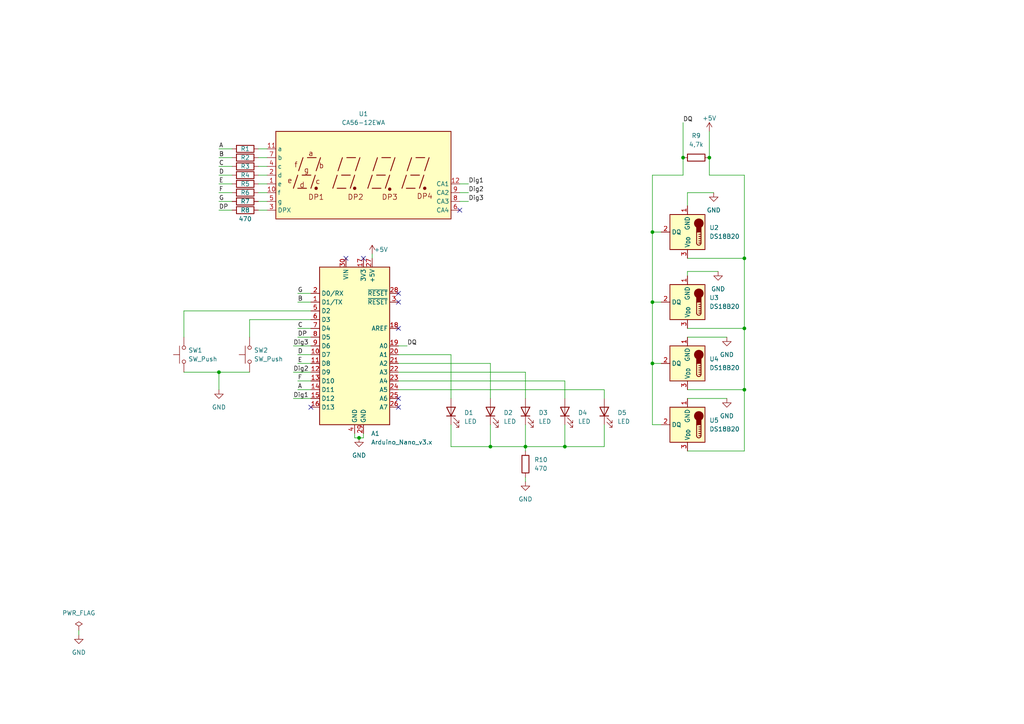
<source format=kicad_sch>
(kicad_sch (version 20231120) (generator "eeschema") (generator_version "8.0")
  (paper "A4")
  (title_block (title "System pomiaru temperatury") (rev "0.1") (company "Maciej Zieliński AGH Kraków"))
  (lib_symbols
    (symbol "Device:LED" (pin_numbers hide) (pin_names (offset 1.016) hide)
      (property "Reference" "D" (at 0 2.54 0))
      (property "Value" "LED" (at 0 -2.54 0))
      (symbol "LED_0_1"
        (polyline (pts (xy -1.27 -1.27) (xy -1.27 1.27)) (stroke (width 0.254)))
        (polyline (pts (xy -1.27 0) (xy 1.27 0)))
        (polyline (pts (xy 1.27 -1.27) (xy 1.27 1.27) (xy -1.27 0) (xy 1.27 -1.27)) (stroke (width 0.254)))
        (polyline (pts (xy -3.048 -0.762) (xy -4.572 -2.286) (xy -3.81 -2.286) (xy -4.572 -2.286) (xy -4.572 -1.524)))
        (polyline (pts (xy -1.778 -0.762) (xy -3.302 -2.286) (xy -2.54 -2.286) (xy -3.302 -2.286) (xy -3.302 -1.524)))
      )
      (symbol "LED_1_1"
        (pin passive line (at -3.81 0 0) (length 2.54) (name "K") (number "1"))
        (pin passive line (at 3.81 0 180) (length 2.54) (name "A") (number "2"))
      )
    )
    (symbol "Device:R" (pin_numbers hide) (pin_names (offset 0))
      (property "Reference" "R" (at 2.032 0 90))
      (property "Value" "R" (at 0 0 90))
      (symbol "R_0_1"
        (rectangle (start -1.016 -2.54) (end 1.016 2.54) (stroke (width 0.254)))
      )
      (symbol "R_1_1"
        (pin passive line (at 0 3.81 270) (length 1.27) (name "~") (number "1"))
        (pin passive line (at 0 -3.81 90) (length 1.27) (name "~") (number "2"))
      )
    )
    (symbol "Display_Character:CA56-12EWA"
      (property "Reference" "U" (at -24.13 13.97 0))
      (property "Value" "CA56-12EWA" (at 19.05 13.97 0))
      (symbol "CA56-12EWA_0_0"
        (rectangle (start -25.4 12.7) (end 25.4 -12.7) (stroke (width 0.254)) (fill (type background)))
        (polyline (pts (xy -20.32 -3.81) (xy -19.05 0)) (stroke (width 0.254)))
        (polyline (pts (xy -19.05 -3.81) (xy -16.51 -3.81)) (stroke (width 0.254)))
        (polyline (pts (xy -18.796 1.27) (xy -17.526 5.08)) (stroke (width 0.254)))
        (polyline (pts (xy -17.78 0) (xy -15.24 0)) (stroke (width 0.254)))
        (polyline (pts (xy -16.256 5.08) (xy -13.716 5.08)) (stroke (width 0.254)))
        (polyline (pts (xy -15.24 -3.81) (xy -13.97 0)) (stroke (width 0.254)))
        (polyline (pts (xy -13.716 1.27) (xy -12.446 5.08)) (stroke (width 0.254)))
        (polyline (pts (xy -8.89 -3.81) (xy -7.62 0)) (stroke (width 0.254)))
        (polyline (pts (xy -7.62 -3.81) (xy -5.08 -3.81)) (stroke (width 0.254)))
        (polyline (pts (xy -7.366 1.27) (xy -6.096 5.08)) (stroke (width 0.254)))
        (polyline (pts (xy -6.35 0) (xy -3.81 0)) (stroke (width 0.254)))
        (polyline (pts (xy -4.826 5.08) (xy -2.286 5.08)) (stroke (width 0.254)))
        (polyline (pts (xy -3.81 -3.81) (xy -2.54 0)) (stroke (width 0.254)))
        (polyline (pts (xy -2.286 1.27) (xy -1.016 5.08)) (stroke (width 0.254)))
        (polyline (pts (xy 1.27 -3.81) (xy 2.54 0)) (stroke (width 0.254)))
        (polyline (pts (xy 2.54 -3.81) (xy 5.08 -3.81)) (stroke (width 0.254)))
        (polyline (pts (xy 2.794 1.27) (xy 4.064 5.08)) (stroke (width 0.254)))
        (polyline (pts (xy 3.81 0) (xy 6.35 0)) (stroke (width 0.254)))
        (polyline (pts (xy 5.334 5.08) (xy 7.874 5.08)) (stroke (width 0.254)))
        (polyline (pts (xy 6.35 -3.81) (xy 7.62 0)) (stroke (width 0.254)))
        (polyline (pts (xy 7.874 1.27) (xy 9.144 5.08)) (stroke (width 0.254)))
        (polyline (pts (xy 11.176 -3.81) (xy 12.446 0)) (stroke (width 0.254)))
        (polyline (pts (xy 12.446 -3.81) (xy 14.986 -3.81)) (stroke (width 0.254)))
        (polyline (pts (xy 12.7 1.27) (xy 13.97 5.08)) (stroke (width 0.254)))
        (polyline (pts (xy 13.716 0) (xy 16.256 0)) (stroke (width 0.254)))
        (polyline (pts (xy 15.24 5.08) (xy 17.78 5.08)) (stroke (width 0.254)))
        (polyline (pts (xy 16.256 -3.81) (xy 17.526 0)) (stroke (width 0.254)))
        (polyline (pts (xy 17.78 1.27) (xy 19.05 5.08)) (stroke (width 0.254)))
        (text "a" (at -15.24 6.35 0) (effects (font (size 1.524 1.524))))
        (text "b" (at -12.192 2.794 0) (effects (font (size 1.524 1.524))))
        (text "c" (at -13.208 -1.778 0) (effects (font (size 1.524 1.524))))
        (text "d" (at -17.78 -2.794 0) (effects (font (size 1.524 1.524))))
        (text "DP1" (at -13.716 -6.35 0) (effects (font (size 1.524 1.524))))
        (text "DP2" (at -2.286 -6.35 0) (effects (font (size 1.524 1.524))))
        (text "DP3" (at 7.62 -6.35 0) (effects (font (size 1.524 1.524))))
        (text "DP4" (at 17.78 -6.096 0) (effects (font (size 1.524 1.524))))
        (text "e" (at -21.336 -1.524 0) (effects (font (size 1.524 1.524))))
        (text "f" (at -19.558 3.048 0) (effects (font (size 1.524 1.524))))
        (text "g" (at -16.51 1.524 0) (effects (font (size 1.524 1.524))))
      )
      (symbol "CA56-12EWA_0_1"
        (circle (center -13.716 -3.81) (radius 0.3556) (stroke (width 0.254)) (fill (type outline)))
        (circle (center -2.54 -3.81) (radius 0.3556) (stroke (width 0.254)) (fill (type outline)))
      )
      (symbol "CA56-12EWA_1_0"
        (circle (center 7.62 -4.064) (radius 0.3556) (stroke (width 0.254)) (fill (type outline)))
        (circle (center 17.78 -3.81) (radius 0.3556) (stroke (width 0.254)) (fill (type outline)))
      )
      (symbol "CA56-12EWA_1_1"
        (pin input line (at -27.94 -2.54 0) (length 2.54) (name "e") (number "1"))
        (pin input line (at -27.94 -5.08 0) (length 2.54) (name "f") (number "10"))
        (pin input line (at -27.94 7.62 0) (length 2.54) (name "a") (number "11"))
        (pin input line (at 27.94 -2.54 180) (length 2.54) (name "CA1") (number "12"))
        (pin input line (at -27.94 0 0) (length 2.54) (name "d") (number "2"))
        (pin input line (at -27.94 -10.16 0) (length 2.54) (name "DPX") (number "3"))
        (pin input line (at -27.94 2.54 0) (length 2.54) (name "c") (number "4"))
        (pin input line (at -27.94 -7.62 0) (length 2.54) (name "g") (number "5"))
        (pin input line (at 27.94 -10.16 180) (length 2.54) (name "CA4") (number "6"))
        (pin input line (at -27.94 5.08 0) (length 2.54) (name "b") (number "7"))
        (pin input line (at 27.94 -7.62 180) (length 2.54) (name "CA3") (number "8"))
        (pin input line (at 27.94 -5.08 180) (length 2.54) (name "CA2") (number "9"))
      )
    )
    (symbol "MCU_Module:Arduino_Nano_v3.x"
      (property "Reference" "A" (at -10.16 23.495 0))
      (property "Value" "Arduino_Nano_v3.x" (at 5.08 -24.13 0))
      (symbol "Arduino_Nano_v3.x_0_1"
        (rectangle (start -10.16 22.86) (end 10.16 -22.86) (stroke (width 0.254)) (fill (type background)))
      )
      (symbol "Arduino_Nano_v3.x_1_1"
        (pin bidirectional line (at -12.7 12.7 0) (length 2.54) (name "D1/TX") (number "1"))
        (pin bidirectional line (at -12.7 -2.54 0) (length 2.54) (name "D7") (number "10"))
        (pin bidirectional line (at -12.7 -5.08 0) (length 2.54) (name "D8") (number "11"))
        (pin bidirectional line (at -12.7 -7.62 0) (length 2.54) (name "D9") (number "12"))
        (pin bidirectional line (at -12.7 -10.16 0) (length 2.54) (name "D10") (number "13"))
        (pin bidirectional line (at -12.7 -12.7 0) (length 2.54) (name "D11") (number "14"))
        (pin bidirectional line (at -12.7 -15.24 0) (length 2.54) (name "D12") (number "15"))
        (pin bidirectional line (at -12.7 -17.78 0) (length 2.54) (name "D13") (number "16"))
        (pin power_out line (at 2.54 25.4 270) (length 2.54) (name "3V3") (number "17"))
        (pin input line (at 12.7 5.08 180) (length 2.54) (name "AREF") (number "18"))
        (pin bidirectional line (at 12.7 0 180) (length 2.54) (name "A0") (number "19"))
        (pin bidirectional line (at -12.7 15.24 0) (length 2.54) (name "D0/RX") (number "2"))
        (pin bidirectional line (at 12.7 -2.54 180) (length 2.54) (name "A1") (number "20"))
        (pin bidirectional line (at 12.7 -5.08 180) (length 2.54) (name "A2") (number "21"))
        (pin bidirectional line (at 12.7 -7.62 180) (length 2.54) (name "A3") (number "22"))
        (pin bidirectional line (at 12.7 -10.16 180) (length 2.54) (name "A4") (number "23"))
        (pin bidirectional line (at 12.7 -12.7 180) (length 2.54) (name "A5") (number "24"))
        (pin bidirectional line (at 12.7 -15.24 180) (length 2.54) (name "A6") (number "25"))
        (pin bidirectional line (at 12.7 -17.78 180) (length 2.54) (name "A7") (number "26"))
        (pin power_out line (at 5.08 25.4 270) (length 2.54) (name "+5V") (number "27"))
        (pin input line (at 12.7 15.24 180) (length 2.54) (name "~{RESET}") (number "28"))
        (pin power_in line (at 2.54 -25.4 90) (length 2.54) (name "GND") (number "29"))
        (pin input line (at 12.7 12.7 180) (length 2.54) (name "~{RESET}") (number "3"))
        (pin power_in line (at -2.54 25.4 270) (length 2.54) (name "VIN") (number "30"))
        (pin power_in line (at 0 -25.4 90) (length 2.54) (name "GND") (number "4"))
        (pin bidirectional line (at -12.7 10.16 0) (length 2.54) (name "D2") (number "5"))
        (pin bidirectional line (at -12.7 7.62 0) (length 2.54) (name "D3") (number "6"))
        (pin bidirectional line (at -12.7 5.08 0) (length 2.54) (name "D4") (number "7"))
        (pin bidirectional line (at -12.7 2.54 0) (length 2.54) (name "D5") (number "8"))
        (pin bidirectional line (at -12.7 0 0) (length 2.54) (name "D6") (number "9"))
      )
    )
    (symbol "Sensor_Temperature:DS18B20"
      (property "Reference" "U" (at -3.81 6.35 0))
      (property "Value" "DS18B20" (at 6.35 6.35 0))
      (symbol "DS18B20_0_1"
        (rectangle (start -5.08 5.08) (end 5.08 -5.08) (stroke (width 0.254)) (fill (type background)))
        (circle (center -3.302 -2.54) (radius 1.27) (stroke (width 0.254)) (fill (type outline)))
        (rectangle (start -2.667 -1.905) (end -3.937 0) (stroke (width 0.254)) (fill (type outline)))
        (arc (start -2.667 3.175) (mid -3.302 3.8073) (end -3.937 3.175) (stroke (width 0.254)))
        (polyline (pts (xy -3.937 0.635) (xy -3.302 0.635)) (stroke (width 0.254)))
        (polyline (pts (xy -3.937 1.27) (xy -3.302 1.27)) (stroke (width 0.254)))
        (polyline (pts (xy -3.937 1.905) (xy -3.302 1.905)) (stroke (width 0.254)))
        (polyline (pts (xy -3.937 2.54) (xy -3.302 2.54)) (stroke (width 0.254)))
        (polyline (pts (xy -3.937 3.175) (xy -3.937 0)) (stroke (width 0.254)))
        (polyline (pts (xy -3.937 3.175) (xy -3.302 3.175)) (stroke (width 0.254)))
        (polyline (pts (xy -2.667 3.175) (xy -2.667 0)) (stroke (width 0.254)))
      )
      (symbol "DS18B20_1_1"
        (pin power_in line (at 0 -7.62 90) (length 2.54) (name "GND") (number "1"))
        (pin bidirectional line (at 7.62 0 180) (length 2.54) (name "DQ") (number "2"))
        (pin power_in line (at 0 7.62 270) (length 2.54) (name "V_{DD}") (number "3"))
      )
    )
    (symbol "Switch:SW_Push" (pin_numbers hide) (pin_names (offset 1.016) hide)
      (property "Reference" "SW" (at 1.27 2.54 0))
      (property "Value" "SW_Push" (at 0 -1.524 0))
      (symbol "SW_Push_0_1"
        (circle (center -2.032 0) (radius 0.508))
        (polyline (pts (xy 0 1.27) (xy 0 3.048)))
        (polyline (pts (xy 2.54 1.27) (xy -2.54 1.27)))
        (circle (center 2.032 0) (radius 0.508))
        (pin passive line (at -5.08 0 0) (length 2.54) (name "1") (number "1"))
        (pin passive line (at 5.08 0 180) (length 2.54) (name "2") (number "2"))
      )
    )
    (symbol "power:+5V" (power) (pin_names (offset 0))
      (property "Value" "+5V" (at 0 3.556 0))
      (symbol "+5V_0_1"
        (polyline (pts (xy -0.762 1.27) (xy 0 2.54)))
        (polyline (pts (xy 0 0) (xy 0 2.54)))
        (polyline (pts (xy 0 2.54) (xy 0.762 1.27)))
      )
      (symbol "+5V_1_1"
        (pin power_in line (at 0 0 90) (length 0) hide (name "+5V") (number "1"))
      )
    )
    (symbol "power:GND" (power) (pin_names (offset 0))
      (property "Value" "GND" (at 0 -3.81 0))
      (symbol "GND_0_1"
        (polyline (pts (xy 0 0) (xy 0 -1.27) (xy 1.27 -1.27) (xy 0 -2.54) (xy -1.27 -1.27) (xy 0 -1.27)))
      )
      (symbol "GND_1_1"
        (pin power_in line (at 0 0 270) (length 0) hide (name "GND") (number "1"))
      )
    )
    (symbol "power:PWR_FLAG" (power) (pin_numbers hide) (pin_names (offset 0) hide)
      (property "Value" "PWR_FLAG" (at 0 3.81 0))
      (symbol "PWR_FLAG_0_0"
        (pin power_out line (at 0 0 90) (length 0) (name "pwr") (number "1"))
      )
      (symbol "PWR_FLAG_0_1"
        (polyline (pts (xy 0 0) (xy 0 1.27) (xy -1.016 1.905) (xy 0 2.54) (xy 1.016 1.905) (xy 0 1.27)))
      )
    )
  )
  (junction (at 142.24 129.54))
  (junction (at 163.83 129.54))
  (junction (at 205.74 45.72))
  (junction (at 215.9 74.93))
  (junction (at 63.5 107.95))
  (junction (at 152.4 129.54))
  (junction (at 189.23 67.31))
  (junction (at 215.9 113.03))
  (junction (at 198.12 45.72))
  (junction (at 104.14 127))
  (junction (at 215.9 95.25))
  (junction (at 189.23 105.41))
  (junction (at 189.23 87.63))
  (no_connect (at 115.57 95.25))
  (no_connect (at 105.41 74.93))
  (no_connect (at 133.35 60.96))
  (no_connect (at 90.17 118.11))
  (no_connect (at 100.33 74.93))
  (no_connect (at 115.57 115.57))
  (no_connect (at 115.57 87.63))
  (no_connect (at 115.57 118.11))
  (no_connect (at 115.57 85.09))
  (wire (pts (xy 77.47 55.88) (xy 74.93 55.88)))
  (wire (pts (xy 199.39 115.57) (xy 210.82 115.57)))
  (wire (pts (xy 189.23 67.31) (xy 191.77 67.31)))
  (wire (pts (xy 77.47 53.34) (xy 74.93 53.34)))
  (wire (pts (xy 199.39 74.93) (xy 215.9 74.93)))
  (wire (pts (xy 198.12 35.56) (xy 198.12 45.72)))
  (wire (pts (xy 77.47 45.72) (xy 74.93 45.72)))
  (wire (pts (xy 199.39 113.03) (xy 215.9 113.03)))
  (wire (pts (xy 189.23 105.41) (xy 191.77 105.41)))
  (wire (pts (xy 105.41 125.73) (xy 105.41 127)))
  (wire (pts (xy 189.23 50.8) (xy 198.12 50.8)))
  (wire (pts (xy 130.81 129.54) (xy 142.24 129.54)))
  (wire (pts (xy 175.26 129.54) (xy 163.83 129.54)))
  (wire (pts (xy 130.81 123.19) (xy 130.81 129.54)))
  (wire (pts (xy 142.24 129.54) (xy 152.4 129.54)))
  (wire (pts (xy 63.5 50.8) (xy 67.31 50.8)))
  (wire (pts (xy 86.36 85.09) (xy 90.17 85.09)))
  (wire (pts (xy 152.4 129.54) (xy 152.4 130.81)))
  (wire (pts (xy 152.4 107.95) (xy 152.4 115.57)))
  (wire (pts (xy 199.39 78.74) (xy 199.39 80.01)))
  (wire (pts (xy 86.36 102.87) (xy 90.17 102.87)))
  (wire (pts (xy 199.39 95.25) (xy 215.9 95.25)))
  (wire (pts (xy 115.57 105.41) (xy 142.24 105.41)))
  (wire (pts (xy 77.47 58.42) (xy 74.93 58.42)))
  (wire (pts (xy 208.28 78.74) (xy 199.39 78.74)))
  (wire (pts (xy 115.57 102.87) (xy 130.81 102.87)))
  (wire (pts (xy 63.5 48.26) (xy 67.31 48.26)))
  (wire (pts (xy 115.57 110.49) (xy 163.83 110.49)))
  (wire (pts (xy 63.5 107.95) (xy 63.5 113.03)))
  (wire (pts (xy 189.23 123.19) (xy 189.23 105.41)))
  (wire (pts (xy 199.39 97.79) (xy 210.82 97.79)))
  (wire (pts (xy 53.34 90.17) (xy 53.34 97.79)))
  (wire (pts (xy 22.86 182.88) (xy 22.86 184.15)))
  (wire (pts (xy 199.39 55.88) (xy 207.01 55.88)))
  (wire (pts (xy 86.36 105.41) (xy 90.17 105.41)))
  (wire (pts (xy 215.9 95.25) (xy 215.9 113.03)))
  (wire (pts (xy 152.4 138.43) (xy 152.4 139.7)))
  (wire (pts (xy 198.12 45.72) (xy 198.12 50.8)))
  (wire (pts (xy 189.23 50.8) (xy 189.23 67.31)))
  (wire (pts (xy 199.39 59.69) (xy 199.39 55.88)))
  (wire (pts (xy 115.57 107.95) (xy 152.4 107.95)))
  (wire (pts (xy 133.35 58.42) (xy 135.89 58.42)))
  (wire (pts (xy 133.35 55.88) (xy 135.89 55.88)))
  (wire (pts (xy 85.09 107.95) (xy 90.17 107.95)))
  (wire (pts (xy 205.74 38.1) (xy 205.74 45.72)))
  (wire (pts (xy 115.57 113.03) (xy 175.26 113.03)))
  (wire (pts (xy 107.95 73.66) (xy 107.95 74.93)))
  (wire (pts (xy 215.9 50.8) (xy 205.74 50.8)))
  (wire (pts (xy 118.11 100.33) (xy 115.57 100.33)))
  (wire (pts (xy 163.83 123.19) (xy 163.83 129.54)))
  (wire (pts (xy 86.36 87.63) (xy 90.17 87.63)))
  (wire (pts (xy 53.34 107.95) (xy 63.5 107.95)))
  (wire (pts (xy 102.87 125.73) (xy 102.87 127)))
  (wire (pts (xy 63.5 60.96) (xy 67.31 60.96)))
  (wire (pts (xy 85.09 115.57) (xy 90.17 115.57)))
  (wire (pts (xy 191.77 87.63) (xy 189.23 87.63)))
  (wire (pts (xy 86.36 97.79) (xy 90.17 97.79)))
  (wire (pts (xy 63.5 58.42) (xy 67.31 58.42)))
  (wire (pts (xy 130.81 102.87) (xy 130.81 115.57)))
  (wire (pts (xy 72.39 92.71) (xy 72.39 97.79)))
  (wire (pts (xy 175.26 113.03) (xy 175.26 115.57)))
  (wire (pts (xy 63.5 55.88) (xy 67.31 55.88)))
  (wire (pts (xy 86.36 113.03) (xy 90.17 113.03)))
  (wire (pts (xy 215.9 74.93) (xy 215.9 95.25)))
  (wire (pts (xy 215.9 113.03) (xy 215.9 130.81)))
  (wire (pts (xy 104.14 127) (xy 105.41 127)))
  (wire (pts (xy 215.9 50.8) (xy 215.9 74.93)))
  (wire (pts (xy 53.34 90.17) (xy 90.17 90.17)))
  (wire (pts (xy 152.4 123.19) (xy 152.4 129.54)))
  (wire (pts (xy 205.74 45.72) (xy 205.74 50.8)))
  (wire (pts (xy 189.23 87.63) (xy 189.23 105.41)))
  (wire (pts (xy 175.26 123.19) (xy 175.26 129.54)))
  (wire (pts (xy 142.24 123.19) (xy 142.24 129.54)))
  (wire (pts (xy 85.09 100.33) (xy 90.17 100.33)))
  (wire (pts (xy 189.23 87.63) (xy 189.23 67.31)))
  (wire (pts (xy 215.9 130.81) (xy 199.39 130.81)))
  (wire (pts (xy 74.93 60.96) (xy 77.47 60.96)))
  (wire (pts (xy 63.5 53.34) (xy 67.31 53.34)))
  (wire (pts (xy 86.36 110.49) (xy 90.17 110.49)))
  (wire (pts (xy 163.83 110.49) (xy 163.83 115.57)))
  (wire (pts (xy 152.4 129.54) (xy 163.83 129.54)))
  (wire (pts (xy 77.47 48.26) (xy 74.93 48.26)))
  (wire (pts (xy 189.23 123.19) (xy 191.77 123.19)))
  (wire (pts (xy 72.39 92.71) (xy 90.17 92.71)))
  (wire (pts (xy 133.35 53.34) (xy 135.89 53.34)))
  (wire (pts (xy 74.93 43.18) (xy 77.47 43.18)))
  (wire (pts (xy 102.87 127) (xy 104.14 127)))
  (wire (pts (xy 86.36 95.25) (xy 90.17 95.25)))
  (wire (pts (xy 63.5 45.72) (xy 67.31 45.72)))
  (wire (pts (xy 77.47 50.8) (xy 74.93 50.8)))
  (wire (pts (xy 63.5 43.18) (xy 67.31 43.18)))
  (wire (pts (xy 142.24 105.41) (xy 142.24 115.57)))
  (wire (pts (xy 63.5 107.95) (xy 72.39 107.95)))
  (label "A" (at 86.36 113.03 0))
  (label "DQ" (at 118.11 100.33 0))
  (label "B" (at 86.36 87.63 0))
  (label "E" (at 63.5 53.34 0))
  (label "C" (at 63.5 48.26 0))
  (label "Dig3" (at 85.09 100.33 0))
  (label "B" (at 63.5 45.72 0))
  (label "DQ" (at 198.12 35.56 0))
  (label "DP" (at 86.36 97.79 0))
  (label "F" (at 86.36 110.49 0))
  (label "Dig1" (at 135.89 53.34 0))
  (label "G" (at 63.5 58.42 0))
  (label "Dig2" (at 85.09 107.95 0))
  (label "D" (at 86.36 102.87 0))
  (label "G" (at 86.36 85.09 0))
  (label "Dig1" (at 85.09 115.57 0))
  (label "F" (at 63.5 55.88 0))
  (label "A" (at 63.5 43.18 0))
  (label "C" (at 86.36 95.25 0))
  (label "Dig3" (at 135.89 58.42 0))
  (label "D" (at 63.5 50.8 0))
  (label "DP" (at 63.5 60.96 0))
  (label "Dig2" (at 135.89 55.88 0))
  (label "E" (at 86.36 105.41 0))
  (symbol (lib_id "power:GND") (at 210.82 115.57 0) (unit 1)
    (property "Reference" "#PWR09" (effects (hide yes)))
    (property "Value" "GND" (at 210.82 120.65 0))
  )
  (symbol (lib_id "Device:R") (at 71.12 60.96 270) (unit 1)
    (property "Reference" "R8" (at 71.12 60.96 90))
    (property "Value" "R" (effects (hide yes)))
    (property "Footprint" "Resistor_THT:R_Axial_DIN0207_L6.3mm_D2.5mm_P10.16mm_Horizontal" (effects (hide yes)))
  )
  (symbol (lib_id "power:GND") (at 104.14 127 0) (unit 1)
    (property "Reference" "#PWR011" (effects (hide yes)))
    (property "Value" "GND" (at 104.14 132.08 0))
  )
  (symbol (lib_id "Device:LED") (at 142.24 119.38 90) (unit 1)
    (property "Reference" "D2" (at 146.05 119.6975 90) (effects (justify right)))
    (property "Value" "LED" (at 146.05 122.2375 90) (effects (justify right)))
    (property "Footprint" "LED_THT:LED_D5.0mm" (effects (hide yes)))
  )
  (symbol (lib_id "Device:R") (at 71.12 58.42 270) (unit 1)
    (property "Reference" "R7" (at 71.12 58.42 90))
    (property "Value" "470" (at 71.12 63.5 90))
    (property "Footprint" "Resistor_THT:R_Axial_DIN0207_L6.3mm_D2.5mm_P10.16mm_Horizontal" (effects (hide yes)))
  )
  (symbol (lib_id "Device:R") (at 201.93 45.72 270) (mirror x) (unit 1)
    (property "Reference" "R9" (at 201.93 39.37 90))
    (property "Value" "4,7k" (at 201.93 41.91 90))
    (property "Footprint" "Resistor_THT:R_Axial_DIN0207_L6.3mm_D2.5mm_P10.16mm_Horizontal" (effects (hide yes)))
  )
  (symbol (lib_id "Display_Character:CA56-12EWA") (at 105.41 50.8 0) (unit 1)
    (property "Reference" "U1" (at 105.41 33.02 0))
    (property "Value" "CA56-12EWA" (at 105.41 35.56 0))
    (property "Footprint" "Display_7Segment:CA56-12EWA" (effects (hide yes)))
    (property "Datasheet" "http://www.kingbrightusa.com/images/catalog/SPEC/CA56-12EWA.pdf" (effects (hide yes)))
  )
  (symbol (lib_id "power:GND") (at 63.5 113.03 0) (unit 1)
    (property "Reference" "#PWR03" (effects (hide yes)))
    (property "Value" "GND" (at 63.5 118.11 0))
  )
  (symbol (lib_id "Device:R") (at 152.4 134.62 0) (unit 1)
    (property "Reference" "R10" (at 154.94 133.35 0) (effects (justify left)))
    (property "Value" "470" (at 154.94 135.89 0) (effects (justify left)))
    (property "Footprint" "Resistor_THT:R_Axial_DIN0207_L6.3mm_D2.5mm_P10.16mm_Horizontal" (effects (hide yes)))
  )
  (symbol (lib_id "power:GND") (at 210.82 97.79 0) (unit 1)
    (property "Reference" "#PWR08" (effects (hide yes)))
    (property "Value" "GND" (at 210.82 102.87 0))
  )
  (symbol (lib_id "Device:LED") (at 175.26 119.38 90) (unit 1)
    (property "Reference" "D5" (at 179.07 119.6975 90) (effects (justify right)))
    (property "Value" "LED" (at 179.07 122.2375 90) (effects (justify right)))
    (property "Footprint" "LED_THT:LED_D5.0mm" (effects (hide yes)))
  )
  (symbol (lib_id "Device:R") (at 71.12 53.34 270) (unit 1)
    (property "Reference" "R5" (at 71.12 53.34 90))
    (property "Value" "R" (effects (hide yes)))
    (property "Footprint" "Resistor_THT:R_Axial_DIN0207_L6.3mm_D2.5mm_P10.16mm_Horizontal" (effects (hide yes)))
  )
  (symbol (lib_id "Sensor_Temperature:DS18B20") (at 199.39 123.19 180) (unit 1)
    (property "Reference" "U5" (at 205.74 121.92 0) (effects (justify right)))
    (property "Value" "DS18B20" (at 205.74 124.46 0) (effects (justify right)))
    (property "Footprint" "TerminalBlock:TerminalBlock_bornier-3_P5.08mm" (effects (hide yes)))
    (property "Datasheet" "http://datasheets.maximintegrated.com/en/ds/DS18B20.pdf" (effects (hide yes)))
  )
  (symbol (lib_id "MCU_Module:Arduino_Nano_v3.x") (at 102.87 100.33 0) (unit 1)
    (property "Reference" "A1" (at 107.6041 125.73 0) (effects (justify left)))
    (property "Value" "Arduino_Nano_v3.x" (at 107.6041 128.27 0) (effects (justify left)))
    (property "Footprint" "Module:Arduino_Nano" (effects (hide yes)))
    (property "Datasheet" "http://www.mouser.com/pdfdocs/Gravitech_Arduino_Nano3_0.pdf" (effects (hide yes)))
  )
  (symbol (lib_id "Device:R") (at 71.12 43.18 270) (unit 1)
    (property "Reference" "R1" (at 71.12 43.18 90))
    (property "Value" "R" (effects (hide yes)))
    (property "Footprint" "Resistor_THT:R_Axial_DIN0207_L6.3mm_D2.5mm_P10.16mm_Horizontal" (effects (hide yes)))
  )
  (symbol (lib_id "Device:R") (at 71.12 45.72 270) (unit 1)
    (property "Reference" "R2" (at 71.12 45.72 90))
    (property "Value" "R" (effects (hide yes)))
    (property "Footprint" "Resistor_THT:R_Axial_DIN0207_L6.3mm_D2.5mm_P10.16mm_Horizontal" (effects (hide yes)))
  )
  (symbol (lib_id "power:+5V") (at 205.74 38.1 0) (unit 1)
    (property "Reference" "#PWR05" (effects (hide yes)))
    (property "Value" "+5V" (at 205.74 34.29 0))
  )
  (symbol (lib_id "Device:LED") (at 163.83 119.38 90) (unit 1)
    (property "Reference" "D4" (at 167.64 119.6975 90) (effects (justify right)))
    (property "Value" "LED" (at 167.64 122.2375 90) (effects (justify right)))
    (property "Footprint" "LED_THT:LED_D5.0mm" (effects (hide yes)))
  )
  (symbol (lib_id "Switch:SW_Push") (at 72.39 102.87 90) (unit 1)
    (property "Reference" "SW2" (at 73.66 101.6 90) (effects (justify right)))
    (property "Value" "SW_Push" (at 73.66 104.14 90) (effects (justify right)))
    (property "Footprint" "Button_Switch_THT:SW_PUSH_6mm_H9.5mm" (effects (hide yes)))
  )
  (symbol (lib_id "power:GND") (at 208.28 78.74 0) (unit 1)
    (property "Reference" "#PWR07" (effects (hide yes)))
    (property "Value" "GND" (at 208.28 83.82 0))
  )
  (symbol (lib_id "power:+5V") (at 107.95 73.66 0) (unit 1)
    (property "Reference" "#PWR04" (effects (hide yes)))
    (property "Value" "+5V" (at 110.49 72.39 0))
  )
  (symbol (lib_id "Sensor_Temperature:DS18B20") (at 199.39 67.31 180) (unit 1)
    (property "Reference" "U2" (at 205.74 66.04 0) (effects (justify right)))
    (property "Value" "DS18B20" (at 205.74 68.58 0) (effects (justify right)))
    (property "Footprint" "TerminalBlock:TerminalBlock_bornier-3_P5.08mm" (effects (hide yes)))
    (property "Datasheet" "http://datasheets.maximintegrated.com/en/ds/DS18B20.pdf" (effects (hide yes)))
  )
  (symbol (lib_id "Sensor_Temperature:DS18B20") (at 199.39 105.41 180) (unit 1)
    (property "Reference" "U4" (at 205.74 104.14 0) (effects (justify right)))
    (property "Value" "DS18B20" (at 205.74 106.68 0) (effects (justify right)))
    (property "Footprint" "TerminalBlock:TerminalBlock_bornier-3_P5.08mm" (effects (hide yes)))
    (property "Datasheet" "http://datasheets.maximintegrated.com/en/ds/DS18B20.pdf" (effects (hide yes)))
  )
  (symbol (lib_id "power:GND") (at 207.01 55.88 0) (unit 1)
    (property "Reference" "#PWR06" (effects (hide yes)))
    (property "Value" "GND" (at 207.01 60.96 0))
  )
  (symbol (lib_id "Device:R") (at 71.12 48.26 270) (unit 1)
    (property "Reference" "R3" (at 71.12 48.26 90))
    (property "Value" "R" (effects (hide yes)))
    (property "Footprint" "Resistor_THT:R_Axial_DIN0207_L6.3mm_D2.5mm_P10.16mm_Horizontal" (effects (hide yes)))
  )
  (symbol (lib_id "Sensor_Temperature:DS18B20") (at 199.39 87.63 180) (unit 1)
    (property "Reference" "U3" (at 205.74 86.36 0) (effects (justify right)))
    (property "Value" "DS18B20" (at 205.74 88.9 0) (effects (justify right)))
    (property "Footprint" "TerminalBlock:TerminalBlock_bornier-3_P5.08mm" (effects (hide yes)))
    (property "Datasheet" "http://datasheets.maximintegrated.com/en/ds/DS18B20.pdf" (effects (hide yes)))
  )
  (symbol (lib_id "power:GND") (at 152.4 139.7 0) (unit 1)
    (property "Reference" "#PWR01" (effects (hide yes)))
    (property "Value" "GND" (at 152.4 144.78 0))
  )
  (symbol (lib_id "Switch:SW_Push") (at 53.34 102.87 90) (unit 1)
    (property "Reference" "SW1" (at 54.61 101.6 90) (effects (justify right)))
    (property "Value" "SW_Push" (at 54.61 104.14 90) (effects (justify right)))
    (property "Footprint" "Button_Switch_THT:SW_PUSH_6mm_H9.5mm" (effects (hide yes)))
  )
  (symbol (lib_id "Device:LED") (at 130.81 119.38 90) (unit 1)
    (property "Reference" "D1" (at 134.62 119.6975 90) (effects (justify right)))
    (property "Value" "LED" (at 134.62 122.2375 90) (effects (justify right)))
    (property "Footprint" "LED_THT:LED_D5.0mm" (effects (hide yes)))
  )
  (symbol (lib_id "Device:R") (at 71.12 55.88 270) (unit 1)
    (property "Reference" "R6" (at 71.12 55.88 90))
    (property "Value" "R" (effects (hide yes)))
    (property "Footprint" "Resistor_THT:R_Axial_DIN0207_L6.3mm_D2.5mm_P10.16mm_Horizontal" (effects (hide yes)))
  )
  (symbol (lib_id "power:GND") (at 22.86 184.15 0) (unit 1)
    (property "Reference" "#PWR013" (effects (hide yes)))
    (property "Value" "GND" (at 22.86 189.23 0))
  )
  (symbol (lib_id "power:PWR_FLAG") (at 22.86 182.88 0) (unit 1)
    (property "Reference" "#FLG02" (effects (hide yes)))
    (property "Value" "PWR_FLAG" (at 22.86 177.8 0))
  )
  (symbol (lib_id "Device:LED") (at 152.4 119.38 90) (unit 1)
    (property "Reference" "D3" (at 156.21 119.6975 90) (effects (justify right)))
    (property "Value" "LED" (at 156.21 122.2375 90) (effects (justify right)))
    (property "Footprint" "LED_THT:LED_D5.0mm" (effects (hide yes)))
  )
  (symbol (lib_id "Device:R") (at 71.12 50.8 270) (unit 1)
    (property "Reference" "R4" (at 71.12 50.8 90))
    (property "Value" "R" (effects (hide yes)))
    (property "Footprint" "Resistor_THT:R_Axial_DIN0207_L6.3mm_D2.5mm_P10.16mm_Horizontal" (effects (hide yes)))
  )
)
</source>
